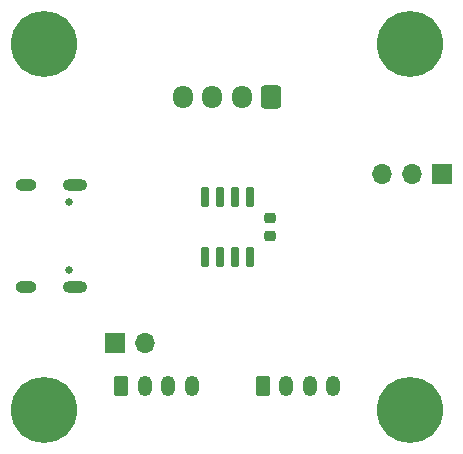
<source format=gbr>
%TF.GenerationSoftware,KiCad,Pcbnew,9.0.0*%
%TF.CreationDate,2025-02-21T22:51:25-08:00*%
%TF.ProjectId,Integrated FOC Stepper Driver,496e7465-6772-4617-9465-6420464f4320,rev?*%
%TF.SameCoordinates,Original*%
%TF.FileFunction,Soldermask,Bot*%
%TF.FilePolarity,Negative*%
%FSLAX46Y46*%
G04 Gerber Fmt 4.6, Leading zero omitted, Abs format (unit mm)*
G04 Created by KiCad (PCBNEW 9.0.0) date 2025-02-21 22:51:25*
%MOMM*%
%LPD*%
G01*
G04 APERTURE LIST*
G04 Aperture macros list*
%AMRoundRect*
0 Rectangle with rounded corners*
0 $1 Rounding radius*
0 $2 $3 $4 $5 $6 $7 $8 $9 X,Y pos of 4 corners*
0 Add a 4 corners polygon primitive as box body*
4,1,4,$2,$3,$4,$5,$6,$7,$8,$9,$2,$3,0*
0 Add four circle primitives for the rounded corners*
1,1,$1+$1,$2,$3*
1,1,$1+$1,$4,$5*
1,1,$1+$1,$6,$7*
1,1,$1+$1,$8,$9*
0 Add four rect primitives between the rounded corners*
20,1,$1+$1,$2,$3,$4,$5,0*
20,1,$1+$1,$4,$5,$6,$7,0*
20,1,$1+$1,$6,$7,$8,$9,0*
20,1,$1+$1,$8,$9,$2,$3,0*%
G04 Aperture macros list end*
%ADD10C,5.600000*%
%ADD11R,1.700000X1.700000*%
%ADD12O,1.700000X1.700000*%
%ADD13C,0.650000*%
%ADD14O,2.100000X1.000000*%
%ADD15O,1.800000X1.000000*%
%ADD16RoundRect,0.250000X-0.350000X-0.625000X0.350000X-0.625000X0.350000X0.625000X-0.350000X0.625000X0*%
%ADD17O,1.200000X1.750000*%
%ADD18RoundRect,0.250000X0.600000X0.725000X-0.600000X0.725000X-0.600000X-0.725000X0.600000X-0.725000X0*%
%ADD19O,1.700000X1.950000*%
%ADD20RoundRect,0.225000X0.250000X-0.225000X0.250000X0.225000X-0.250000X0.225000X-0.250000X-0.225000X0*%
%ADD21RoundRect,0.150000X0.150000X-0.725000X0.150000X0.725000X-0.150000X0.725000X-0.150000X-0.725000X0*%
G04 APERTURE END LIST*
D10*
%TO.C,H4*%
X34500000Y-65500000D03*
%TD*%
D11*
%TO.C,J5*%
X40500000Y-59850000D03*
D12*
X43040000Y-59850000D03*
%TD*%
D11*
%TO.C,J2*%
X68210000Y-45500000D03*
D12*
X65670000Y-45500000D03*
X63130000Y-45500000D03*
%TD*%
D13*
%TO.C,J1*%
X36605000Y-47860000D03*
X36605000Y-53640000D03*
D14*
X37125000Y-46430000D03*
D15*
X32925000Y-46430000D03*
D14*
X37125000Y-55070000D03*
D15*
X32925000Y-55070000D03*
%TD*%
D10*
%TO.C,H2*%
X65500000Y-34500000D03*
%TD*%
D16*
%TO.C,J4*%
X53000000Y-63500000D03*
D17*
X55000000Y-63500000D03*
X57000000Y-63500000D03*
X59000000Y-63500000D03*
%TD*%
D16*
%TO.C,J3*%
X41000000Y-63500000D03*
D17*
X43000000Y-63500000D03*
X45000000Y-63500000D03*
X47000000Y-63500000D03*
%TD*%
D10*
%TO.C,H3*%
X65500000Y-65500000D03*
%TD*%
D18*
%TO.C,J6*%
X53750000Y-39000000D03*
D19*
X51250000Y-39000000D03*
X48750000Y-39000000D03*
X46250000Y-39000000D03*
%TD*%
D10*
%TO.C,H1*%
X34500000Y-34500000D03*
%TD*%
D20*
%TO.C,C25*%
X53600000Y-50775000D03*
X53600000Y-49225000D03*
%TD*%
D21*
%TO.C,U8*%
X51905000Y-52575000D03*
X50635000Y-52575000D03*
X49365000Y-52575000D03*
X48095000Y-52575000D03*
X48095000Y-47425000D03*
X49365000Y-47425000D03*
X50635000Y-47425000D03*
X51905000Y-47425000D03*
%TD*%
M02*

</source>
